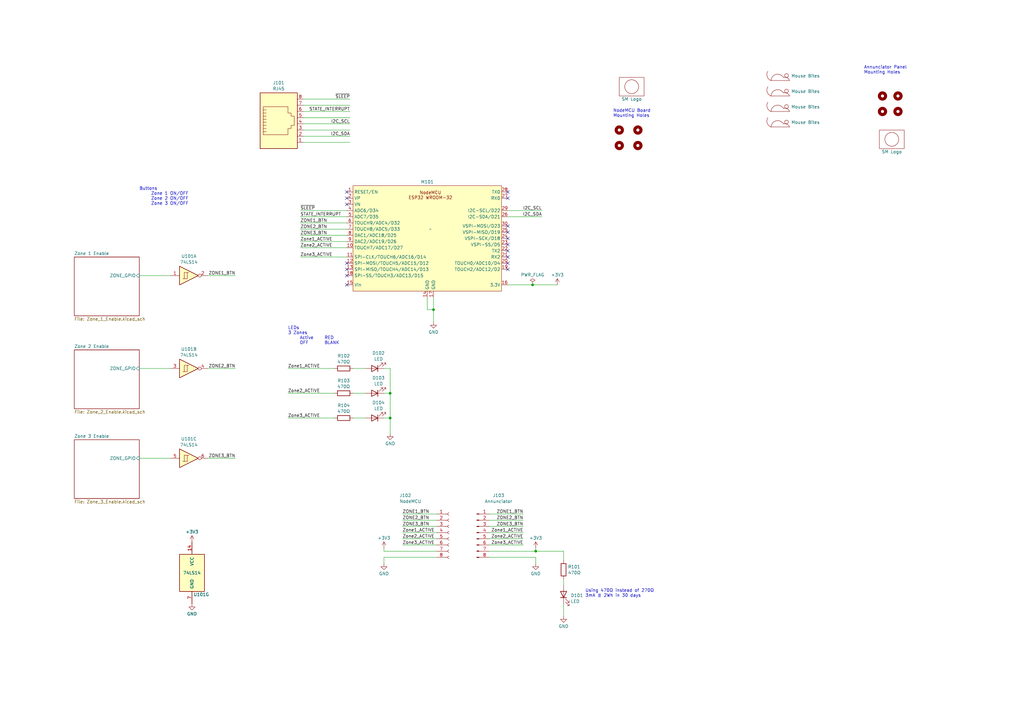
<source format=kicad_sch>
(kicad_sch (version 20230121) (generator eeschema)
  (paper "A3")
  (title_block (title "TL2C-ESP32-1 TL2C Adapter for ESP32") (date "2024-02-08") (rev "1.0"))
  (lib_symbols
    (symbol "74xx:74LS14" (pin_names (offset 1.016))
      (property "Reference" "U" (at 0 1.27 0))
      (property "Value" "74LS14" (at 0 -1.27 0))
      (symbol "74LS14_1_0"
        (polyline (pts (xy -3.81 3.81) (xy -3.81 -3.81) (xy 3.81 0) (xy -3.81 3.81)) (stroke (width 0.254)) (fill (type background)))
        (pin input line (at -7.62 0 0) (length 3.81) (name "~") (number "1"))
        (pin output inverted (at 7.62 0 180) (length 3.81) (name "~") (number "2"))
      )
      (symbol "74LS14_1_1"
        (polyline (pts (xy -1.905 -1.27) (xy -1.905 1.27) (xy -0.635 1.27)))
        (polyline (pts (xy -2.54 -1.27) (xy -0.635 -1.27) (xy -0.635 1.27) (xy 0 1.27)))
      )
      (symbol "74LS14_2_0"
        (polyline (pts (xy -3.81 3.81) (xy -3.81 -3.81) (xy 3.81 0) (xy -3.81 3.81)) (stroke (width 0.254)) (fill (type background)))
        (pin input line (at -7.62 0 0) (length 3.81) (name "~") (number "3"))
        (pin output inverted (at 7.62 0 180) (length 3.81) (name "~") (number "4"))
      )
      (symbol "74LS14_2_1"
        (polyline (pts (xy -1.905 -1.27) (xy -1.905 1.27) (xy -0.635 1.27)))
        (polyline (pts (xy -2.54 -1.27) (xy -0.635 -1.27) (xy -0.635 1.27) (xy 0 1.27)))
      )
      (symbol "74LS14_3_0"
        (polyline (pts (xy -3.81 3.81) (xy -3.81 -3.81) (xy 3.81 0) (xy -3.81 3.81)) (stroke (width 0.254)) (fill (type background)))
        (pin input line (at -7.62 0 0) (length 3.81) (name "~") (number "5"))
        (pin output inverted (at 7.62 0 180) (length 3.81) (name "~") (number "6"))
      )
      (symbol "74LS14_3_1"
        (polyline (pts (xy -1.905 -1.27) (xy -1.905 1.27) (xy -0.635 1.27)))
        (polyline (pts (xy -2.54 -1.27) (xy -0.635 -1.27) (xy -0.635 1.27) (xy 0 1.27)))
      )
      (symbol "74LS14_4_0"
        (polyline (pts (xy -3.81 3.81) (xy -3.81 -3.81) (xy 3.81 0) (xy -3.81 3.81)) (stroke (width 0.254)) (fill (type background)))
        (pin output inverted (at 7.62 0 180) (length 3.81) (name "~") (number "8"))
        (pin input line (at -7.62 0 0) (length 3.81) (name "~") (number "9"))
      )
      (symbol "74LS14_4_1"
        (polyline (pts (xy -1.905 -1.27) (xy -1.905 1.27) (xy -0.635 1.27)))
        (polyline (pts (xy -2.54 -1.27) (xy -0.635 -1.27) (xy -0.635 1.27) (xy 0 1.27)))
      )
      (symbol "74LS14_5_0"
        (polyline (pts (xy -3.81 3.81) (xy -3.81 -3.81) (xy 3.81 0) (xy -3.81 3.81)) (stroke (width 0.254)) (fill (type background)))
        (pin output inverted (at 7.62 0 180) (length 3.81) (name "~") (number "10"))
        (pin input line (at -7.62 0 0) (length 3.81) (name "~") (number "11"))
      )
      (symbol "74LS14_5_1"
        (polyline (pts (xy -1.905 -1.27) (xy -1.905 1.27) (xy -0.635 1.27)))
        (polyline (pts (xy -2.54 -1.27) (xy -0.635 -1.27) (xy -0.635 1.27) (xy 0 1.27)))
      )
      (symbol "74LS14_6_0"
        (polyline (pts (xy -3.81 3.81) (xy -3.81 -3.81) (xy 3.81 0) (xy -3.81 3.81)) (stroke (width 0.254)) (fill (type background)))
        (pin output inverted (at 7.62 0 180) (length 3.81) (name "~") (number "12"))
        (pin input line (at -7.62 0 0) (length 3.81) (name "~") (number "13"))
      )
      (symbol "74LS14_6_1"
        (polyline (pts (xy -1.905 -1.27) (xy -1.905 1.27) (xy -0.635 1.27)))
        (polyline (pts (xy -2.54 -1.27) (xy -0.635 -1.27) (xy -0.635 1.27) (xy 0 1.27)))
      )
      (symbol "74LS14_7_0"
        (pin power_in line (at 0 12.7 270) (length 5.08) (name "VCC") (number "14"))
        (pin power_in line (at 0 -12.7 90) (length 5.08) (name "GND") (number "7"))
      )
      (symbol "74LS14_7_1"
        (rectangle (start -5.08 7.62) (end 5.08 -7.62) (stroke (width 0.254)) (fill (type background)))
      )
    )
    (symbol "Connector:Conn_01x08_Pin" (pin_names (offset 1.016) hide)
      (property "Reference" "J" (at 0 10.16 0))
      (property "Value" "Conn_01x08_Pin" (at 0 -12.7 0))
      (symbol "Conn_01x08_Pin_1_1"
        (polyline (pts (xy 1.27 -10.16) (xy 0.8636 -10.16)) (stroke (width 0.1524)))
        (polyline (pts (xy 1.27 -7.62) (xy 0.8636 -7.62)) (stroke (width 0.1524)))
        (polyline (pts (xy 1.27 -5.08) (xy 0.8636 -5.08)) (stroke (width 0.1524)))
        (polyline (pts (xy 1.27 -2.54) (xy 0.8636 -2.54)) (stroke (width 0.1524)))
        (polyline (pts (xy 1.27 0) (xy 0.8636 0)) (stroke (width 0.1524)))
        (polyline (pts (xy 1.27 2.54) (xy 0.8636 2.54)) (stroke (width 0.1524)))
        (polyline (pts (xy 1.27 5.08) (xy 0.8636 5.08)) (stroke (width 0.1524)))
        (polyline (pts (xy 1.27 7.62) (xy 0.8636 7.62)) (stroke (width 0.1524)))
        (rectangle (start 0.8636 -10.033) (end 0 -10.287) (stroke (width 0.1524)) (fill (type outline)))
        (rectangle (start 0.8636 -7.493) (end 0 -7.747) (stroke (width 0.1524)) (fill (type outline)))
        (rectangle (start 0.8636 -4.953) (end 0 -5.207) (stroke (width 0.1524)) (fill (type outline)))
        (rectangle (start 0.8636 -2.413) (end 0 -2.667) (stroke (width 0.1524)) (fill (type outline)))
        (rectangle (start 0.8636 0.127) (end 0 -0.127) (stroke (width 0.1524)) (fill (type outline)))
        (rectangle (start 0.8636 2.667) (end 0 2.413) (stroke (width 0.1524)) (fill (type outline)))
        (rectangle (start 0.8636 5.207) (end 0 4.953) (stroke (width 0.1524)) (fill (type outline)))
        (rectangle (start 0.8636 7.747) (end 0 7.493) (stroke (width 0.1524)) (fill (type outline)))
        (pin passive line (at 5.08 7.62 180) (length 3.81) (name "Pin_1") (number "1"))
        (pin passive line (at 5.08 5.08 180) (length 3.81) (name "Pin_2") (number "2"))
        (pin passive line (at 5.08 2.54 180) (length 3.81) (name "Pin_3") (number "3"))
        (pin passive line (at 5.08 0 180) (length 3.81) (name "Pin_4") (number "4"))
        (pin passive line (at 5.08 -2.54 180) (length 3.81) (name "Pin_5") (number "5"))
        (pin passive line (at 5.08 -5.08 180) (length 3.81) (name "Pin_6") (number "6"))
        (pin passive line (at 5.08 -7.62 180) (length 3.81) (name "Pin_7") (number "7"))
        (pin passive line (at 5.08 -10.16 180) (length 3.81) (name "Pin_8") (number "8"))
      )
    )
    (symbol "Connector:Conn_01x08_Socket" (pin_names (offset 1.016) hide)
      (property "Reference" "J" (at 0 10.16 0))
      (property "Value" "Conn_01x08_Socket" (at 0 -12.7 0))
      (symbol "Conn_01x08_Socket_1_1"
        (arc (start 0 -9.652) (mid -0.5058 -10.16) (end 0 -10.668) (stroke (width 0.1524)))
        (arc (start 0 -7.112) (mid -0.5058 -7.62) (end 0 -8.128) (stroke (width 0.1524)))
        (arc (start 0 -4.572) (mid -0.5058 -5.08) (end 0 -5.588) (stroke (width 0.1524)))
        (arc (start 0 -2.032) (mid -0.5058 -2.54) (end 0 -3.048) (stroke (width 0.1524)))
        (polyline (pts (xy -1.27 -10.16) (xy -0.508 -10.16)) (stroke (width 0.1524)))
        (polyline (pts (xy -1.27 -7.62) (xy -0.508 -7.62)) (stroke (width 0.1524)))
        (polyline (pts (xy -1.27 -5.08) (xy -0.508 -5.08)) (stroke (width 0.1524)))
        (polyline (pts (xy -1.27 -2.54) (xy -0.508 -2.54)) (stroke (width 0.1524)))
        (polyline (pts (xy -1.27 0) (xy -0.508 0)) (stroke (width 0.1524)))
        (polyline (pts (xy -1.27 2.54) (xy -0.508 2.54)) (stroke (width 0.1524)))
        (polyline (pts (xy -1.27 5.08) (xy -0.508 5.08)) (stroke (width 0.1524)))
        (polyline (pts (xy -1.27 7.62) (xy -0.508 7.62)) (stroke (width 0.1524)))
        (arc (start 0 0.508) (mid -0.5058 0) (end 0 -0.508) (stroke (width 0.1524)))
        (arc (start 0 3.048) (mid -0.5058 2.54) (end 0 2.032) (stroke (width 0.1524)))
        (arc (start 0 5.588) (mid -0.5058 5.08) (end 0 4.572) (stroke (width 0.1524)))
        (arc (start 0 8.128) (mid -0.5058 7.62) (end 0 7.112) (stroke (width 0.1524)))
        (pin passive line (at -5.08 7.62 0) (length 3.81) (name "Pin_1") (number "1"))
        (pin passive line (at -5.08 5.08 0) (length 3.81) (name "Pin_2") (number "2"))
        (pin passive line (at -5.08 2.54 0) (length 3.81) (name "Pin_3") (number "3"))
        (pin passive line (at -5.08 0 0) (length 3.81) (name "Pin_4") (number "4"))
        (pin passive line (at -5.08 -2.54 0) (length 3.81) (name "Pin_5") (number "5"))
        (pin passive line (at -5.08 -5.08 0) (length 3.81) (name "Pin_6") (number "6"))
        (pin passive line (at -5.08 -7.62 0) (length 3.81) (name "Pin_7") (number "7"))
        (pin passive line (at -5.08 -10.16 0) (length 3.81) (name "Pin_8") (number "8"))
      )
    )
    (symbol "Connector:RJ45" (pin_names (offset 1.016))
      (property "Reference" "J" (at -5.08 13.97 0))
      (property "Value" "RJ45" (at 2.54 13.97 0))
      (symbol "RJ45_0_1"
        (polyline (pts (xy -5.08 4.445) (xy -6.35 4.445)))
        (polyline (pts (xy -5.08 5.715) (xy -6.35 5.715)))
        (polyline (pts (xy -6.35 -3.175) (xy -5.08 -3.175) (xy -5.08 -3.175)))
        (polyline (pts (xy -6.35 -1.905) (xy -5.08 -1.905) (xy -5.08 -1.905)))
        (polyline (pts (xy -6.35 -0.635) (xy -5.08 -0.635) (xy -5.08 -0.635)))
        (polyline (pts (xy -6.35 0.635) (xy -5.08 0.635) (xy -5.08 0.635)))
        (polyline (pts (xy -6.35 1.905) (xy -5.08 1.905) (xy -5.08 1.905)))
        (polyline (pts (xy -5.08 3.175) (xy -6.35 3.175) (xy -6.35 3.175)))
        (polyline (pts (xy -6.35 -4.445) (xy -6.35 6.985) (xy 3.81 6.985) (xy 3.81 4.445) (xy 5.08 4.445) (xy 5.08 3.175) (xy 6.35 3.175) (xy 6.35 -0.635) (xy 5.08 -0.635) (xy 5.08 -1.905) (xy 3.81 -1.905) (xy 3.81 -4.445) (xy -6.35 -4.445) (xy -6.35 -4.445)))
        (rectangle (start 7.62 12.7) (end -7.62 -10.16) (stroke (width 0.254)) (fill (type background)))
      )
      (symbol "RJ45_1_1"
        (pin passive line (at 10.16 -7.62 180) (length 2.54) (name "~") (number "1"))
        (pin passive line (at 10.16 -5.08 180) (length 2.54) (name "~") (number "2"))
        (pin passive line (at 10.16 -2.54 180) (length 2.54) (name "~") (number "3"))
        (pin passive line (at 10.16 0 180) (length 2.54) (name "~") (number "4"))
        (pin passive line (at 10.16 2.54 180) (length 2.54) (name "~") (number "5"))
        (pin passive line (at 10.16 5.08 180) (length 2.54) (name "~") (number "6"))
        (pin passive line (at 10.16 7.62 180) (length 2.54) (name "~") (number "7"))
        (pin passive line (at 10.16 10.16 180) (length 2.54) (name "~") (number "8"))
      )
    )
    (symbol "Device:LED" (pin_numbers hide) (pin_names (offset 1.016) hide)
      (property "Reference" "D" (at 0 2.54 0))
      (property "Value" "LED" (at 0 -2.54 0))
      (symbol "LED_0_1"
        (polyline (pts (xy -1.27 -1.27) (xy -1.27 1.27)) (stroke (width 0.254)))
        (polyline (pts (xy -1.27 0) (xy 1.27 0)))
        (polyline (pts (xy 1.27 -1.27) (xy 1.27 1.27) (xy -1.27 0) (xy 1.27 -1.27)) (stroke (width 0.254)))
        (polyline (pts (xy -3.048 -0.762) (xy -4.572 -2.286) (xy -3.81 -2.286) (xy -4.572 -2.286) (xy -4.572 -1.524)))
        (polyline (pts (xy -1.778 -0.762) (xy -3.302 -2.286) (xy -2.54 -2.286) (xy -3.302 -2.286) (xy -3.302 -1.524)))
      )
      (symbol "LED_1_1"
        (pin passive line (at -3.81 0 0) (length 2.54) (name "K") (number "1"))
        (pin passive line (at 3.81 0 180) (length 2.54) (name "A") (number "2"))
      )
    )
    (symbol "Device:R" (pin_numbers hide) (pin_names (offset 0))
      (property "Reference" "R" (at 2.032 0 90))
      (property "Value" "R" (at 0 0 90))
      (symbol "R_0_1"
        (rectangle (start -1.016 -2.54) (end 1.016 2.54) (stroke (width 0.254)))
      )
      (symbol "R_1_1"
        (pin passive line (at 0 3.81 270) (length 1.27) (name "~") (number "1"))
        (pin passive line (at 0 -3.81 90) (length 1.27) (name "~") (number "2"))
      )
    )
    (symbol "Mechanical:MountingHole" (pin_names (offset 1.016))
      (property "Reference" "H" (at 0 5.08 0))
      (property "Value" "MountingHole" (at 0 3.175 0))
      (symbol "MountingHole_0_1"
        (circle (center 0 0) (radius 1.27) (stroke (width 1.27)))
      )
    )
    (symbol "power:+3V3" (power) (pin_names (offset 0))
      (property "Value" "+3V3" (at 0 3.556 0))
      (symbol "+3V3_0_1"
        (polyline (pts (xy -0.762 1.27) (xy 0 2.54)))
        (polyline (pts (xy 0 0) (xy 0 2.54)))
        (polyline (pts (xy 0 2.54) (xy 0.762 1.27)))
      )
      (symbol "+3V3_1_1"
        (pin power_in line (at 0 0 90) (length 0) hide (name "+3V3") (number "1"))
      )
    )
    (symbol "power:GND" (power) (pin_names (offset 0))
      (property "Value" "GND" (at 0 -3.81 0))
      (symbol "GND_0_1"
        (polyline (pts (xy 0 0) (xy 0 -1.27) (xy 1.27 -1.27) (xy 0 -2.54) (xy -1.27 -1.27) (xy 0 -1.27)))
      )
      (symbol "GND_1_1"
        (pin power_in line (at 0 0 270) (length 0) hide (name "GND") (number "1"))
      )
    )
    (symbol "power:PWR_FLAG" (power) (pin_numbers hide) (pin_names (offset 0) hide)
      (property "Value" "PWR_FLAG" (at 0 3.81 0))
      (symbol "PWR_FLAG_0_0"
        (pin power_out line (at 0 0 90) (length 0) (name "pwr") (number "1"))
      )
      (symbol "PWR_FLAG_0_1"
        (polyline (pts (xy 0 0) (xy 0 1.27) (xy -1.016 1.905) (xy 0 2.54) (xy 1.016 1.905) (xy 0 1.27)))
      )
    )
    (symbol "sjm-mechanical:Mouse_Bites"
      (property "Value" "Mouse Bites" (at -4.064 -1.016 0))
      (symbol "Mouse_Bites_0_1"
        (arc (start -8.89 3.81) (mid -9.1777 1.5974) (end -7.62 0))
        (circle (center -1.27 2.032) (radius 0.762))
        (polyline (pts (xy -7.62 0) (xy 0 0)))
      )
      (symbol "Mouse_Bites_1_1"
        (arc (start -2.54 1.27) (mid -5.5467 2.5016) (end -7.62 0))
        (arc (start 0 0) (mid -1.0341 1.1068) (end -2.54 1.27))
      )
    )
    (symbol "sjm-mechanical:logo" (pin_names (offset 1.016))
      (symbol "logo_0_1"
        (rectangle (start -5.08 3.81) (end 5.08 -3.81))
        (circle (center 0 0) (radius 2.8448))
      )
    )
    (symbol "tl2c-esp:NodeMCU"
      (property "Reference" "M" (at 27.94 -26.67 0))
      (symbol "NodeMCU_1_1"
        (rectangle (start -31.75 17.78) (end 29.21 -25.4) (fill (type background)))
        (text "NodeMCU\nESP32 WROOM-32" (at 0 13.97 0) (effects (font (size 1.27 1.27))))
        (pin input line (at -34.29 15.24 0) (length 2.54) (name "RESET/EN") (number "1"))
        (pin input line (at -34.29 -7.62 0) (length 2.54) (name "TOUCH7/ADC17/D27") (number "10"))
        (pin input line (at -34.29 -11.43 0) (length 2.54) (name "SPI-CLK/TOUCH6/ADC16/D14") (number "11"))
        (pin input line (at -34.29 -13.97 0) (length 2.54) (name "SPI-MOSI/TOUCH5/ADC15/D12") (number "12"))
        (pin input line (at -34.29 -16.51 0) (length 2.54) (name "SPI-MISO/TOUCH4/ADC14/D13") (number "13"))
        (pin input line (at -1.27 -27.94 90) (length 2.54) (name "GND") (number "14"))
        (pin input line (at -34.29 -22.86 0) (length 2.54) (name "Vin") (number "15"))
        (pin input line (at 31.75 -22.86 180) (length 2.54) (name "3.3V") (number "16"))
        (pin input line (at 1.27 -27.94 90) (length 2.54) (name "GND") (number "17"))
        (pin input line (at -34.29 -19.05 0) (length 2.54) (name "SPI-SS/TOUCH3/ADC13/D15") (number "18"))
        (pin input line (at 31.75 -16.51 180) (length 2.54) (name "TOUCH2/ADC12/D2") (number "19"))
        (pin input line (at -34.29 12.7 0) (length 2.54) (name "VP") (number "2"))
        (pin input line (at 31.75 -13.97 180) (length 2.54) (name "TOUCH0/ADC10/D4") (number "20"))
        (pin input line (at 31.75 -11.43 180) (length 2.54) (name "RX2") (number "21"))
        (pin input line (at 31.75 -8.89 180) (length 2.54) (name "TX2") (number "22"))
        (pin input line (at 31.75 -6.35 180) (length 2.54) (name "VSPI-SS/D5") (number "23"))
        (pin input line (at 31.75 -3.81 180) (length 2.54) (name "VSPI-SCK/D18") (number "24"))
        (pin input line (at 31.75 -1.27 180) (length 2.54) (name "VSPI-MISO/D19") (number "25"))
        (pin input line (at 31.75 5.08 180) (length 2.54) (name "I2C-SDA/D21") (number "26"))
        (pin input line (at 31.75 12.7 180) (length 2.54) (name "RX0") (number "27"))
        (pin input line (at 31.75 15.24 180) (length 2.54) (name "TX0") (number "28"))
        (pin input line (at 31.75 7.62 180) (length 2.54) (name "I2C-SCL/D22") (number "29"))
        (pin input line (at -34.29 10.16 0) (length 2.54) (name "VN") (number "3"))
        (pin input line (at 31.75 1.27 180) (length 2.54) (name "VSPI-MOSI/D23") (number "30"))
        (pin input line (at -34.29 7.62 0) (length 2.54) (name "ADC6/D34") (number "4"))
        (pin input line (at -34.29 5.08 0) (length 2.54) (name "ADC7/D35") (number "5"))
        (pin input line (at -34.29 2.54 0) (length 2.54) (name "TOUCH9/ADC4/D32") (number "6"))
        (pin input line (at -34.29 0 0) (length 2.54) (name "TOUCH8/ADC5/D33") (number "7"))
        (pin input line (at -34.29 -2.54 0) (length 2.54) (name "DAC1/ADC18/D25") (number "8"))
        (pin input line (at -34.29 -5.08 0) (length 2.54) (name "DAC2/ADC19/D26") (number "9"))
      )
    )
  )
  (junction (at 177.8 127))
  (junction (at 160.02 171.45))
  (junction (at 218.44 116.84))
  (junction (at 160.02 161.29))
  (junction (at 219.71 226.06))
  (no_connect (at 208.28 100.33))
  (no_connect (at 208.28 110.49))
  (no_connect (at 142.24 110.49))
  (no_connect (at 208.28 107.95))
  (no_connect (at 208.28 81.28))
  (no_connect (at 208.28 78.74))
  (no_connect (at 208.28 105.41))
  (no_connect (at 142.24 107.95))
  (no_connect (at 208.28 102.87))
  (no_connect (at 142.24 81.28))
  (no_connect (at 142.24 116.84))
  (no_connect (at 142.24 78.74))
  (no_connect (at 208.28 97.79))
  (no_connect (at 208.28 92.71))
  (no_connect (at 142.24 83.82))
  (no_connect (at 142.24 113.03))
  (no_connect (at 208.28 95.25))
  (wire (pts (xy 149.86 151.13) (xy 144.78 151.13)))
  (wire (pts (xy 157.48 228.6) (xy 179.07 228.6)))
  (wire (pts (xy 157.48 226.06) (xy 179.07 226.06)))
  (wire (pts (xy 124.46 43.18) (xy 143.51 43.18)))
  (wire (pts (xy 85.09 187.96) (xy 96.52 187.96)))
  (wire (pts (xy 160.02 171.45) (xy 160.02 177.8)))
  (wire (pts (xy 165.1 223.52) (xy 179.07 223.52)))
  (wire (pts (xy 123.19 91.44) (xy 142.24 91.44)))
  (wire (pts (xy 200.66 220.98) (xy 214.63 220.98)))
  (wire (pts (xy 219.71 226.06) (xy 231.14 226.06)))
  (wire (pts (xy 218.44 116.84) (xy 228.6 116.84)))
  (wire (pts (xy 160.02 151.13) (xy 157.48 151.13)))
  (wire (pts (xy 123.19 105.41) (xy 142.24 105.41)))
  (wire (pts (xy 57.15 187.96) (xy 69.85 187.96)))
  (wire (pts (xy 123.19 101.6) (xy 142.24 101.6)))
  (wire (pts (xy 219.71 228.6) (xy 219.71 231.14)))
  (wire (pts (xy 200.66 218.44) (xy 214.63 218.44)))
  (wire (pts (xy 231.14 247.65) (xy 231.14 252.73)))
  (wire (pts (xy 200.66 210.82) (xy 214.63 210.82)))
  (wire (pts (xy 118.11 171.45) (xy 137.16 171.45)))
  (wire (pts (xy 123.19 99.06) (xy 142.24 99.06)))
  (wire (pts (xy 123.19 86.36) (xy 142.24 86.36)))
  (wire (pts (xy 165.1 215.9) (xy 179.07 215.9)))
  (wire (pts (xy 160.02 161.29) (xy 160.02 171.45)))
  (wire (pts (xy 200.66 228.6) (xy 219.71 228.6)))
  (wire (pts (xy 123.19 96.52) (xy 142.24 96.52)))
  (wire (pts (xy 57.15 151.13) (xy 69.85 151.13)))
  (wire (pts (xy 118.11 161.29) (xy 137.16 161.29)))
  (wire (pts (xy 165.1 218.44) (xy 179.07 218.44)))
  (wire (pts (xy 123.19 93.98) (xy 142.24 93.98)))
  (wire (pts (xy 124.46 53.34) (xy 143.51 53.34)))
  (wire (pts (xy 149.86 171.45) (xy 144.78 171.45)))
  (wire (pts (xy 200.66 213.36) (xy 214.63 213.36)))
  (wire (pts (xy 219.71 226.06) (xy 219.71 224.79)))
  (wire (pts (xy 124.46 58.42) (xy 143.51 58.42)))
  (wire (pts (xy 208.28 88.9) (xy 222.25 88.9)))
  (wire (pts (xy 85.09 113.03) (xy 96.52 113.03)))
  (wire (pts (xy 124.46 48.26) (xy 143.51 48.26)))
  (wire (pts (xy 177.8 127) (xy 177.8 132.08)))
  (wire (pts (xy 165.1 220.98) (xy 179.07 220.98)))
  (wire (pts (xy 200.66 226.06) (xy 219.71 226.06)))
  (wire (pts (xy 123.19 88.9) (xy 142.24 88.9)))
  (wire (pts (xy 231.14 237.49) (xy 231.14 240.03)))
  (wire (pts (xy 124.46 55.88) (xy 143.51 55.88)))
  (wire (pts (xy 118.11 151.13) (xy 137.16 151.13)))
  (wire (pts (xy 175.26 127) (xy 177.8 127)))
  (wire (pts (xy 160.02 161.29) (xy 157.48 161.29)))
  (wire (pts (xy 157.48 224.79) (xy 157.48 226.06)))
  (wire (pts (xy 175.26 121.92) (xy 175.26 127)))
  (wire (pts (xy 165.1 210.82) (xy 179.07 210.82)))
  (wire (pts (xy 208.28 116.84) (xy 218.44 116.84)))
  (wire (pts (xy 124.46 40.64) (xy 143.51 40.64)))
  (wire (pts (xy 208.28 86.36) (xy 222.25 86.36)))
  (wire (pts (xy 157.48 228.6) (xy 157.48 231.14)))
  (wire (pts (xy 149.86 161.29) (xy 144.78 161.29)))
  (wire (pts (xy 200.66 223.52) (xy 214.63 223.52)))
  (wire (pts (xy 160.02 171.45) (xy 157.48 171.45)))
  (wire (pts (xy 200.66 215.9) (xy 214.63 215.9)))
  (wire (pts (xy 124.46 45.72) (xy 143.51 45.72)))
  (wire (pts (xy 85.09 151.13) (xy 96.52 151.13)))
  (wire (pts (xy 57.15 113.03) (xy 69.85 113.03)))
  (wire (pts (xy 231.14 226.06) (xy 231.14 229.87)))
  (wire (pts (xy 124.46 50.8) (xy 143.51 50.8)))
  (wire (pts (xy 160.02 151.13) (xy 160.02 161.29)))
  (wire (pts (xy 165.1 213.36) (xy 179.07 213.36)))
  (wire (pts (xy 177.8 127) (xy 177.8 121.92)))
  (text "LEDs\n3 Zones\n	Active	RED\n	OFF		BLANK\n\n" (at 118.11 143.51 0) (effects (font (size 1.27 1.27)) (justify left bottom)))
  (text "Buttons\n	Zone 1 ON/OFF\n	Zone 2 ON/OFF\n	Zone 3 ON/OFF\n	" (at 57.15 86.36 0) (effects (font (size 1.27 1.27)) (justify left bottom)))
  (text "Using 470Ω instead of 270Ω\n3mA ≣ 2Wh in 30 days" (at 240.03 245.11 0) (effects (font (size 1.27 1.27)) (justify left bottom)))
  (text "NodeMCU Board\nMounting Holes" (at 251.46 48.26 0) (effects (font (size 1.27 1.27)) (justify left bottom)))
  (text "Annunciator Panel\nMounting Holes" (at 354.33 30.48 0) (effects (font (size 1.27 1.27)) (justify left bottom)))
  (label "Zone1_ACTIVE" (at 123.19 99.06 0))
  (label "Zone2_ACTIVE" (at 118.11 161.29 0))
  (label "STATE_INTERRUPT" (at 143.51 45.72 180))
  (label "Zone1_ACTIVE" (at 214.63 218.44 180))
  (label "Zone3_ACTIVE" (at 123.19 105.41 0))
  (label "Zone1_ACTIVE" (at 118.11 151.13 0))
  (label "Zone2_ACTIVE" (at 123.19 101.6 0))
  (label "~{SLEEP}" (at 143.51 40.64 180))
  (label "Zone3_ACTIVE" (at 118.11 171.45 0))
  (label "ZONE1_BTN" (at 123.19 91.44 0))
  (label "ZONE2_BTN" (at 123.19 93.98 0))
  (label "ZONE2_BTN" (at 165.1 213.36 0))
  (label "ZONE1_BTN" (at 214.63 210.82 180))
  (label "I2C_SCL" (at 143.51 50.8 180))
  (label "ZONE2_BTN" (at 214.63 213.36 180))
  (label "Zone2_ACTIVE" (at 165.1 220.98 0))
  (label "Zone3_ACTIVE" (at 165.1 223.52 0))
  (label "ZONE3_BTN" (at 165.1 215.9 0))
  (label "ZONE1_BTN" (at 96.52 113.03 180))
  (label "ZONE1_BTN" (at 165.1 210.82 0))
  (label "I2C_SDA" (at 222.25 88.9 180))
  (label "I2C_SDA" (at 143.51 55.88 180))
  (label "ZONE3_BTN" (at 214.63 215.9 180))
  (label "~{SLEEP}" (at 123.19 86.36 0))
  (label "I2C_SCL" (at 222.25 86.36 180))
  (label "ZONE3_BTN" (at 96.52 187.96 180))
  (label "STATE_INTERRUPT" (at 123.19 88.9 0))
  (label "ZONE2_BTN" (at 96.52 151.13 180))
  (label "ZONE3_BTN" (at 123.19 96.52 0))
  (label "Zone1_ACTIVE" (at 165.1 218.44 0))
  (label "Zone3_ACTIVE" (at 214.63 223.52 180))
  (label "Zone2_ACTIVE" (at 214.63 220.98 180))
  (symbol (lib_id "sjm-mechanical:Mouse_Bites") (at 323.85 45.72 0) (unit 1)
    (property "Reference" "X103" (effects hide))
    (property "Value" "Mouse Bites" (at 324.485 43.815 0) (effects (justify left)))
    (property "Footprint" "sjm-mechanical:MouseBites" (effects hide))
  )
  (symbol (lib_id "tl2c-esp:NodeMCU") (at 176.53 93.98 0) (unit 1)
    (property "Reference" "M101" (at 175.26 74.6069 0))
    (property "Value" "~" (at 176.53 93.98 0))
    (property "Footprint" "tl2c-esp:NodeMCU-ESP32" (effects hide))
  )
  (symbol (lib_id "Mechanical:MountingHole") (at 368.3 39.37 0) (unit 1)
    (property "Reference" "H106" (effects hide))
    (property "Value" "Annunciator MountingHole" (effects hide))
    (property "Footprint" "MountingHole:MountingHole_2.7mm_M2.5" (effects hide))
  )
  (symbol (lib_id "power:PWR_FLAG") (at 218.44 116.84 0) (unit 1)
    (property "Reference" "#FLG0101" (effects hide))
    (property "Value" "PWR_FLAG" (at 218.44 112.7069 0))
  )
  (symbol (lib_id "Mechanical:MountingHole") (at 261.62 59.69 0) (unit 1)
    (property "Reference" "H104" (effects hide))
    (property "Value" "MountingHole" (effects hide))
    (property "Footprint" "MountingHole:MountingHole_2.1mm" (effects hide))
  )
  (symbol (lib_id "Device:R") (at 140.97 171.45 270) (mirror x) (unit 1)
    (property "Reference" "R104" (at 140.97 166.2897 90))
    (property "Value" "470Ω" (at 140.97 168.7139 90))
    (property "Footprint" "Resistor_THT:R_Axial_DIN0207_L6.3mm_D2.5mm_P5.08mm_Vertical" (effects hide))
  )
  (symbol (lib_id "Device:LED") (at 153.67 151.13 180) (unit 1)
    (property "Reference" "D102" (at 155.2575 144.8267 0))
    (property "Value" "LED" (at 155.2575 147.2509 0))
    (property "Footprint" "LED_SMD:LED_0805_2012Metric" (effects hide))
  )
  (symbol (lib_id "sjm-mechanical:Mouse_Bites") (at 323.85 33.02 0) (unit 1)
    (property "Reference" "X101" (effects hide))
    (property "Value" "Mouse Bites" (at 324.485 31.115 0) (effects (justify left)))
    (property "Footprint" "sjm-mechanical:MouseBites" (effects hide))
  )
  (symbol (lib_id "Mechanical:MountingHole") (at 254 53.34 0) (unit 1)
    (property "Reference" "H101" (effects hide))
    (property "Value" "MountingHole" (effects hide))
    (property "Footprint" "MountingHole:MountingHole_2.1mm" (effects hide))
  )
  (symbol (lib_id "Connector:Conn_01x08_Pin") (at 195.58 218.44 0) (unit 1)
    (property "Reference" "J103" (at 204.47 203.2 0))
    (property "Value" "Annunciator" (at 204.47 205.6242 0))
    (property "Footprint" "Connector_PinHeader_2.54mm:PinHeader_1x08_P2.54mm_Vertical" (effects hide))
  )
  (symbol (lib_id "Mechanical:MountingHole") (at 361.95 39.37 0) (unit 1)
    (property "Reference" "H105" (effects hide))
    (property "Value" "Annunciator MountingHole" (effects hide))
    (property "Footprint" "MountingHole:MountingHole_2.7mm_M2.5" (effects hide))
  )
  (symbol (lib_id "sjm-mechanical:Mouse_Bites") (at 323.85 39.37 0) (unit 1)
    (property "Reference" "X102" (effects hide))
    (property "Value" "Mouse Bites" (at 324.485 37.465 0) (effects (justify left)))
    (property "Footprint" "sjm-mechanical:MouseBites" (effects hide))
  )
  (symbol (lib_id "power:+3V3") (at 78.74 222.25 0) (unit 1)
    (property "Reference" "#PWR0103" (effects hide))
    (property "Value" "+3V3" (at 78.74 218.1169 0))
  )
  (symbol (lib_id "Device:R") (at 140.97 161.29 270) (mirror x) (unit 1)
    (property "Reference" "R103" (at 140.97 156.1297 90))
    (property "Value" "470Ω" (at 140.97 158.5539 90))
    (property "Footprint" "Resistor_THT:R_Axial_DIN0207_L6.3mm_D2.5mm_P5.08mm_Vertical" (effects hide))
  )
  (symbol (lib_id "74xx:74LS14") (at 78.74 234.95 0) (unit 7)
    (property "Reference" "U101" (at 82.55 243.84 0))
    (property "Value" "74LS14" (at 78.74 234.95 0))
    (property "Footprint" "Package_SO:SO-14_5.3x10.2mm_P1.27mm" (effects hide))
    (property "Datasheet" "http://www.ti.com/lit/gpn/sn74LS14" (effects hide))
  )
  (symbol (lib_id "power:GND") (at 78.74 247.65 0) (unit 1)
    (property "Reference" "#PWR0104" (effects hide))
    (property "Value" "GND" (at 78.74 251.7831 0))
  )
  (symbol (lib_id "Connector:Conn_01x08_Socket") (at 184.15 218.44 0) (unit 1)
    (property "Reference" "J102" (at 163.83 203.2 0) (effects (justify left)))
    (property "Value" "NodeMCU" (at 163.83 205.6242 0) (effects (justify left)))
    (property "Footprint" "Connector_PinSocket_2.54mm:PinSocket_1x08_P2.54mm_Vertical" (effects hide))
  )
  (symbol (lib_id "74xx:74LS14") (at 77.47 151.13 0) (unit 2)
    (property "Reference" "U101" (at 77.47 143.1757 0))
    (property "Value" "74LS14" (at 77.47 145.5999 0))
    (property "Footprint" "Package_SO:SO-14_5.3x10.2mm_P1.27mm" (effects hide))
    (property "Datasheet" "http://www.ti.com/lit/gpn/sn74LS14" (effects hide))
  )
  (symbol (lib_id "Device:LED") (at 153.67 171.45 180) (unit 1)
    (property "Reference" "D104" (at 155.2575 165.1467 0))
    (property "Value" "LED" (at 155.2575 167.5709 0))
    (property "Footprint" "LED_SMD:LED_0805_2012Metric" (effects hide))
  )
  (symbol (lib_id "Mechanical:MountingHole") (at 261.62 53.34 0) (unit 1)
    (property "Reference" "H103" (effects hide))
    (property "Value" "MountingHole" (effects hide))
    (property "Footprint" "MountingHole:MountingHole_2.1mm" (effects hide))
  )
  (symbol (lib_id "Connector:RJ45") (at 114.3 50.8 0) (unit 1)
    (property "Reference" "J101" (at 114.3 33.9557 0))
    (property "Value" "RJ45" (at 114.3 36.3799 0))
    (property "Footprint" "tl2c-esp:RJ45_8P8C" (effects hide))
  )
  (symbol (lib_id "power:+3V3") (at 228.6 116.84 0) (unit 1)
    (property "Reference" "#PWR0107" (effects hide))
    (property "Value" "+3V3" (at 228.6 112.7069 0))
  )
  (symbol (lib_id "power:+3V3") (at 219.71 224.79 0) (unit 1)
    (property "Reference" "#PWR0110" (effects hide))
    (property "Value" "+3V3" (at 219.71 220.6569 0))
  )
  (symbol (lib_id "Mechanical:MountingHole") (at 361.95 45.72 0) (unit 1)
    (property "Reference" "H107" (effects hide))
    (property "Value" "Annunciator MountingHole" (effects hide))
    (property "Footprint" "MountingHole:MountingHole_2.7mm_M2.5" (effects hide))
  )
  (symbol (lib_id "sjm-mechanical:logo") (at 365.76 57.15 0) (unit 1)
    (property "Reference" "Lg102" (effects hide))
    (property "Value" "SM Logo" (at 365.76 62.23 0))
    (property "Footprint" "sjm-mechanical:MyBasic_rounded_50_1" (effects hide))
  )
  (symbol (lib_id "power:GND") (at 219.71 231.14 0) (mirror y) (unit 1)
    (property "Reference" "#PWR0108" (effects hide))
    (property "Value" "GND" (at 219.71 235.2731 0))
  )
  (symbol (lib_id "power:GND") (at 157.48 231.14 0) (mirror y) (unit 1)
    (property "Reference" "#PWR0102" (effects hide))
    (property "Value" "GND" (at 157.48 235.2731 0))
  )
  (symbol (lib_id "sjm-mechanical:logo") (at 259.08 35.56 0) (unit 1)
    (property "Reference" "Lg101" (effects hide))
    (property "Value" "SM Logo" (at 259.08 40.64 0))
    (property "Footprint" "sjm-mechanical:MyBasic_rounded_50_1" (effects hide))
  )
  (symbol (lib_id "sjm-mechanical:Mouse_Bites") (at 323.85 52.07 0) (unit 1)
    (property "Reference" "X104" (effects hide))
    (property "Value" "Mouse Bites" (at 324.485 50.165 0) (effects (justify left)))
    (property "Footprint" "sjm-mechanical:MouseBites" (effects hide))
  )
  (symbol (lib_id "Device:R") (at 140.97 151.13 270) (mirror x) (unit 1)
    (property "Reference" "R102" (at 140.97 145.9697 90))
    (property "Value" "470Ω" (at 140.97 148.3939 90))
    (property "Footprint" "Resistor_THT:R_Axial_DIN0207_L6.3mm_D2.5mm_P5.08mm_Vertical" (effects hide))
  )
  (symbol (lib_id "Device:LED") (at 153.67 161.29 180) (unit 1)
    (property "Reference" "D103" (at 155.2575 154.9867 0))
    (property "Value" "LED" (at 155.2575 157.4109 0))
    (property "Footprint" "LED_SMD:LED_0805_2012Metric" (effects hide))
  )
  (symbol (lib_id "74xx:74LS14") (at 77.47 113.03 0) (unit 1)
    (property "Reference" "U101" (at 77.47 105.0757 0))
    (property "Value" "74LS14" (at 77.47 107.4999 0))
    (property "Footprint" "Package_SO:SO-14_5.3x10.2mm_P1.27mm" (effects hide))
    (property "Datasheet" "http://www.ti.com/lit/gpn/sn74LS14" (effects hide))
  )
  (symbol (lib_id "power:GND") (at 231.14 252.73 0) (unit 1)
    (property "Reference" "#PWR0106" (effects hide))
    (property "Value" "GND" (at 231.14 256.8631 0))
  )
  (symbol (lib_id "power:GND") (at 160.02 177.8 0) (mirror y) (unit 1)
    (property "Reference" "#PWR0101" (effects hide))
    (property "Value" "GND" (at 160.02 181.9331 0))
  )
  (symbol (lib_id "74xx:74LS14") (at 77.47 187.96 0) (unit 3)
    (property "Reference" "U101" (at 77.47 180.0057 0))
    (property "Value" "74LS14" (at 77.47 182.4299 0))
    (property "Footprint" "Package_SO:SO-14_5.3x10.2mm_P1.27mm" (effects hide))
    (property "Datasheet" "http://www.ti.com/lit/gpn/sn74LS14" (effects hide))
  )
  (symbol (lib_id "Device:LED") (at 231.14 243.84 90) (unit 1)
    (property "Reference" "D101" (at 234.061 244.2154 90) (effects (justify right)))
    (property "Value" "LED" (at 234.061 246.6396 90) (effects (justify right)))
    (property "Footprint" "LED_SMD:LED_0805_2012Metric" (effects hide))
  )
  (symbol (lib_id "power:+3V3") (at 157.48 224.79 0) (unit 1)
    (property "Reference" "#PWR0109" (effects hide))
    (property "Value" "+3V3" (at 157.48 220.6569 0))
  )
  (symbol (lib_id "Device:R") (at 231.14 233.68 0) (unit 1)
    (property "Reference" "R101" (at 232.918 232.4679 0) (effects (justify left)))
    (property "Value" "470Ω" (at 232.918 234.8921 0) (effects (justify left)))
    (property "Footprint" "Resistor_SMD:R_0805_2012Metric" (effects hide))
  )
  (symbol (lib_id "power:GND") (at 177.8 132.08 0) (unit 1)
    (property "Reference" "#PWR0105" (effects hide))
    (property "Value" "GND" (at 177.8 136.2131 0))
  )
  (symbol (lib_id "Mechanical:MountingHole") (at 368.3 45.72 0) (unit 1)
    (property "Reference" "H108" (effects hide))
    (property "Value" "Annunciator MountingHole" (effects hide))
    (property "Footprint" "MountingHole:MountingHole_2.7mm_M2.5" (effects hide))
  )
  (symbol (lib_id "Mechanical:MountingHole") (at 254 59.69 0) (unit 1)
    (property "Reference" "H102" (effects hide))
    (property "Value" "MountingHole" (effects hide))
    (property "Footprint" "MountingHole:MountingHole_2.1mm" (effects hide))
  )
  (sheet (at 30.48 143.51) (size 26.67 24.13) (stroke (width 0.1524))
    (property "Sheetname" "Zone 2 Enable" (at 30.48 142.7984 0) (effects (justify left bottom)))
    (property "Sheetfile" "Zone_2_Enable.kicad_sch" (at 30.48 168.2246 0) (effects (justify left top)))
    (pin "ZONE_GPIO" input (at 57.15 151.13 0))
  )
  (sheet (at 30.48 180.34) (size 26.67 24.13) (stroke (width 0.1524))
    (property "Sheetname" "Zone 3 Enable" (at 30.48 179.6284 0) (effects (justify left bottom)))
    (property "Sheetfile" "Zone_3_Enable.kicad_sch" (at 30.48 205.0546 0) (effects (justify left top)))
    (pin "ZONE_GPIO" input (at 57.15 187.96 0))
  )
  (sheet (at 30.48 105.41) (size 26.67 24.13) (stroke (width 0.1524))
    (property "Sheetname" "Zone 1 Enable" (at 30.48 104.6984 0) (effects (justify left bottom)))
    (property "Sheetfile" "Zone_1_Enable.kicad_sch" (at 30.48 130.1246 0) (effects (justify left top)))
    (pin "ZONE_GPIO" input (at 57.15 113.03 0))
  )
)
</source>
